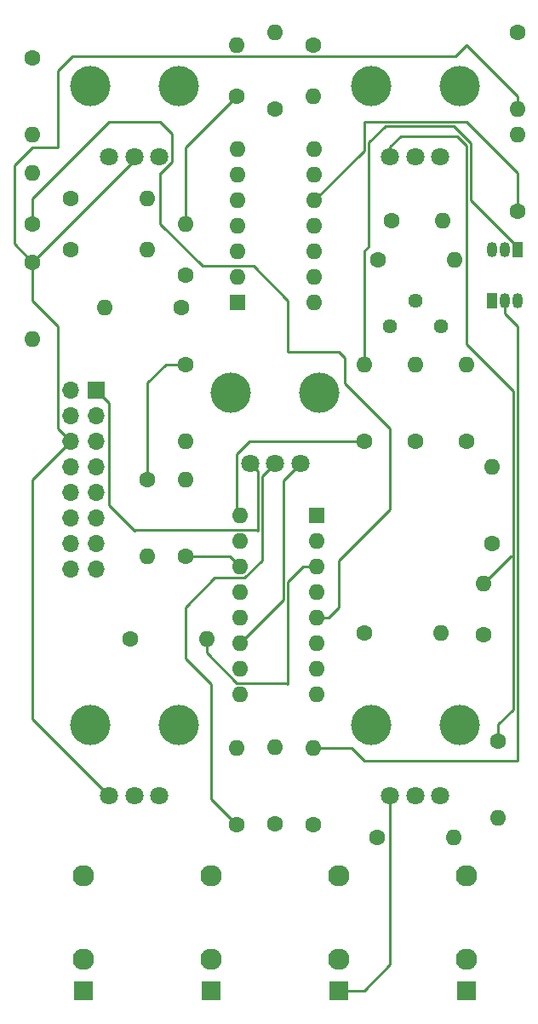
<source format=gbl>
%TF.GenerationSoftware,KiCad,Pcbnew,(6.0.7)*%
%TF.CreationDate,2022-08-28T16:32:12+02:00*%
%TF.ProjectId,filter,66696c74-6572-42e6-9b69-6361645f7063,rev?*%
%TF.SameCoordinates,Original*%
%TF.FileFunction,Copper,L2,Bot*%
%TF.FilePolarity,Positive*%
%FSLAX46Y46*%
G04 Gerber Fmt 4.6, Leading zero omitted, Abs format (unit mm)*
G04 Created by KiCad (PCBNEW (6.0.7)) date 2022-08-28 16:32:12*
%MOMM*%
%LPD*%
G01*
G04 APERTURE LIST*
%TA.AperFunction,ComponentPad*%
%ADD10O,1.600000X1.600000*%
%TD*%
%TA.AperFunction,ComponentPad*%
%ADD11R,1.600000X1.600000*%
%TD*%
%TA.AperFunction,WasherPad*%
%ADD12C,4.000000*%
%TD*%
%TA.AperFunction,ComponentPad*%
%ADD13C,1.800000*%
%TD*%
%TA.AperFunction,ComponentPad*%
%ADD14C,1.600000*%
%TD*%
%TA.AperFunction,ComponentPad*%
%ADD15R,1.930000X1.830000*%
%TD*%
%TA.AperFunction,ComponentPad*%
%ADD16C,2.130000*%
%TD*%
%TA.AperFunction,ComponentPad*%
%ADD17O,1.050000X1.500000*%
%TD*%
%TA.AperFunction,ComponentPad*%
%ADD18R,1.050000X1.500000*%
%TD*%
%TA.AperFunction,ComponentPad*%
%ADD19O,1.700000X1.700000*%
%TD*%
%TA.AperFunction,ComponentPad*%
%ADD20R,1.700000X1.700000*%
%TD*%
%TA.AperFunction,ComponentPad*%
%ADD21C,1.440000*%
%TD*%
%TA.AperFunction,Conductor*%
%ADD22C,0.250000*%
%TD*%
G04 APERTURE END LIST*
D10*
X144874245Y-77149368D03*
X144874245Y-74609368D03*
X144874245Y-72069368D03*
X144874245Y-69529368D03*
X144874245Y-66989368D03*
X144874245Y-64449368D03*
X144874245Y-61909368D03*
X137254245Y-61909368D03*
X137254245Y-64449368D03*
X137254245Y-66989368D03*
X137254245Y-69529368D03*
X137254245Y-72069368D03*
X137254245Y-74609368D03*
D11*
X137254245Y-77149368D03*
D12*
X150540000Y-119130000D03*
X159340000Y-119130000D03*
D13*
X157440000Y-126130000D03*
X154940000Y-126130000D03*
X152440000Y-126130000D03*
D10*
X116840000Y-64200000D03*
D14*
X116840000Y-69280000D03*
D10*
X158858077Y-72858635D03*
D14*
X151238077Y-72858635D03*
D12*
X150540000Y-55630000D03*
X159340000Y-55630000D03*
D13*
X157440000Y-62630000D03*
X154940000Y-62630000D03*
X152440000Y-62630000D03*
D10*
X134174436Y-110518109D03*
D14*
X126554436Y-110518109D03*
D10*
X149860000Y-83250000D03*
D14*
X149860000Y-90870000D03*
D12*
X131400000Y-55630000D03*
X122600000Y-55630000D03*
D13*
X129500000Y-62630000D03*
X127000000Y-62630000D03*
X124500000Y-62630000D03*
D10*
X128270000Y-71820000D03*
D14*
X120650000Y-71820000D03*
D10*
X165100000Y-60390000D03*
D14*
X165100000Y-68010000D03*
D10*
X140970000Y-50230000D03*
D14*
X140970000Y-57850000D03*
D10*
X160020000Y-83250000D03*
D14*
X160020000Y-90870000D03*
D10*
X128270000Y-66740000D03*
D14*
X120650000Y-66740000D03*
D15*
X160020000Y-145480000D03*
D16*
X160020000Y-134080000D03*
X160020000Y-142380000D03*
D10*
X137160000Y-51500000D03*
D14*
X137160000Y-56580000D03*
D10*
X161698385Y-105026821D03*
D14*
X161698385Y-110106821D03*
D10*
X132080000Y-90870000D03*
D14*
X132080000Y-83250000D03*
D10*
X128255709Y-102378654D03*
D14*
X128255709Y-94758654D03*
D10*
X124012500Y-77609507D03*
D14*
X131632500Y-77609507D03*
X144780000Y-128970000D03*
D10*
X144780000Y-121350000D03*
X163160436Y-128350509D03*
D14*
X163160436Y-120730509D03*
D10*
X157654806Y-68989162D03*
D14*
X152574806Y-68989162D03*
X137160000Y-128970000D03*
D10*
X137160000Y-121350000D03*
D12*
X131400000Y-119130000D03*
X122600000Y-119130000D03*
D13*
X129500000Y-126130000D03*
X127000000Y-126130000D03*
X124500000Y-126130000D03*
D14*
X151130000Y-130240000D03*
D10*
X158750000Y-130240000D03*
X132080000Y-94680000D03*
D14*
X132080000Y-102300000D03*
D15*
X147320000Y-145480000D03*
D16*
X147320000Y-134080000D03*
X147320000Y-142380000D03*
D15*
X134620000Y-145480000D03*
D16*
X134620000Y-134080000D03*
X134620000Y-142380000D03*
D12*
X136606702Y-86110000D03*
X145406702Y-86110000D03*
D13*
X143506702Y-93110000D03*
X141006702Y-93110000D03*
X138506702Y-93110000D03*
D14*
X140983490Y-128894692D03*
D10*
X140983490Y-121274692D03*
X157480000Y-109920000D03*
D14*
X149860000Y-109920000D03*
D10*
X116840000Y-80710000D03*
D14*
X116840000Y-73090000D03*
D10*
X165100000Y-57850000D03*
D14*
X165100000Y-50230000D03*
D10*
X154940000Y-83250000D03*
D14*
X154940000Y-90870000D03*
D10*
X144780000Y-56580000D03*
D14*
X144780000Y-51500000D03*
D10*
X132080000Y-69280000D03*
D14*
X132080000Y-74360000D03*
X116840000Y-52770000D03*
D10*
X116840000Y-60390000D03*
X162560000Y-93410000D03*
D14*
X162560000Y-101030000D03*
D15*
X121920000Y-145480000D03*
D16*
X121920000Y-134080000D03*
X121920000Y-142380000D03*
D17*
X162560000Y-71820000D03*
X163830000Y-71820000D03*
D18*
X165100000Y-71820000D03*
D19*
X120655000Y-103585000D03*
X123195000Y-103585000D03*
X120655000Y-101045000D03*
X123195000Y-101045000D03*
X120655000Y-98505000D03*
X123195000Y-98505000D03*
X120655000Y-95965000D03*
X123195000Y-95965000D03*
X120655000Y-93425000D03*
X123195000Y-93425000D03*
X120655000Y-90885000D03*
X123195000Y-90885000D03*
X120655000Y-88345000D03*
X123195000Y-88345000D03*
X120655000Y-85805000D03*
D20*
X123195000Y-85805000D03*
D10*
X137502602Y-98256647D03*
X137502602Y-100796647D03*
X137502602Y-103336647D03*
X137502602Y-105876647D03*
X137502602Y-108416647D03*
X137502602Y-110956647D03*
X137502602Y-113496647D03*
X137502602Y-116036647D03*
X145122602Y-116036647D03*
X145122602Y-113496647D03*
X145122602Y-110956647D03*
X145122602Y-108416647D03*
X145122602Y-105876647D03*
X145122602Y-103336647D03*
X145122602Y-100796647D03*
D11*
X145122602Y-98256647D03*
D21*
X152400000Y-79440000D03*
X154940000Y-76900000D03*
X157480000Y-79440000D03*
D17*
X165100000Y-76900000D03*
X163830000Y-76900000D03*
D18*
X162560000Y-76900000D03*
D22*
X128255709Y-94758654D02*
X128255709Y-85104291D01*
X128255709Y-85104291D02*
X130110000Y-83250000D01*
X130110000Y-83250000D02*
X132080000Y-83250000D01*
X152400000Y-61651857D02*
X153475135Y-60576722D01*
X153475135Y-60576722D02*
X159098407Y-60576722D01*
X152400000Y-62590000D02*
X152400000Y-61651857D01*
X159098407Y-60576722D02*
X160020000Y-61498315D01*
X160020000Y-61498315D02*
X160020000Y-81280000D01*
X164650000Y-85910000D02*
X164650000Y-102300000D01*
X160020000Y-81280000D02*
X164650000Y-85910000D01*
X137502602Y-110956647D02*
X141790000Y-106669249D01*
X141790000Y-106669249D02*
X141790000Y-94826702D01*
X141790000Y-94826702D02*
X143506702Y-93110000D01*
X137160000Y-114911647D02*
X142151647Y-114911647D01*
X142151647Y-114911647D02*
X142240000Y-115000000D01*
X134174436Y-110518109D02*
X134174436Y-111926083D01*
X134174436Y-111926083D02*
X137160000Y-114911647D01*
X142240000Y-104840000D02*
X143743353Y-103336647D01*
X142240000Y-115000000D02*
X142240000Y-104840000D01*
X124460000Y-97220000D02*
X124460000Y-87060000D01*
X124460000Y-87060000D02*
X123205000Y-85805000D01*
X127000000Y-99760000D02*
X124460000Y-97220000D01*
X139250000Y-93853298D02*
X139250000Y-99760000D01*
X138506702Y-93110000D02*
X139250000Y-93853298D01*
X139250000Y-99760000D02*
X139161647Y-99671647D01*
X127088353Y-99671647D02*
X127000000Y-99760000D01*
X139161647Y-99671647D02*
X127088353Y-99671647D01*
X137160000Y-128970000D02*
X134620000Y-126430000D01*
X132080000Y-112460000D02*
X132080000Y-107380000D01*
X134620000Y-126430000D02*
X134620000Y-115000000D01*
X134620000Y-115000000D02*
X132080000Y-112460000D01*
X132080000Y-107380000D02*
X134998353Y-104461647D01*
X137968593Y-104461647D02*
X139700000Y-102730240D01*
X134998353Y-104461647D02*
X137968593Y-104461647D01*
X139700000Y-102730240D02*
X139700000Y-94416702D01*
X139700000Y-94416702D02*
X141006702Y-93110000D01*
X165100000Y-57850000D02*
X165100000Y-56580000D01*
X165100000Y-56580000D02*
X160020000Y-51500000D01*
X160020000Y-51500000D02*
X158895000Y-52625000D01*
X119380000Y-61660000D02*
X116840000Y-61660000D01*
X158895000Y-52625000D02*
X120795000Y-52625000D01*
X120795000Y-52625000D02*
X119380000Y-54040000D01*
X119380000Y-54040000D02*
X119380000Y-61660000D01*
X116840000Y-61660000D02*
X115031924Y-63468076D01*
X115031924Y-63468076D02*
X115031924Y-71281924D01*
X115031924Y-71281924D02*
X116840000Y-73090000D01*
X116840000Y-69280000D02*
X116840000Y-66740000D01*
X116840000Y-66740000D02*
X124460000Y-59120000D01*
X152400000Y-89600000D02*
X152400000Y-97650240D01*
X124460000Y-59120000D02*
X129540000Y-59120000D01*
X129540000Y-69280000D02*
X133744368Y-73484368D01*
X129540000Y-59120000D02*
X130725000Y-60305000D01*
X130725000Y-60305000D02*
X130725000Y-63137412D01*
X130725000Y-63137412D02*
X129662412Y-64200000D01*
X129662412Y-64200000D02*
X129540000Y-64200000D01*
X129540000Y-64200000D02*
X129540000Y-69280000D01*
X133744368Y-73484368D02*
X138824368Y-73484368D01*
X138824368Y-73484368D02*
X142240000Y-76900000D01*
X142240000Y-76900000D02*
X142240000Y-81980000D01*
X142240000Y-81980000D02*
X147320000Y-81980000D01*
X147320000Y-81980000D02*
X147920790Y-82580790D01*
X147320000Y-102730240D02*
X147320000Y-107380000D01*
X147920790Y-82580790D02*
X147920790Y-85120790D01*
X147920790Y-85120790D02*
X152400000Y-89600000D01*
X152400000Y-97650240D02*
X147320000Y-102730240D01*
X147320000Y-107380000D02*
X146283353Y-108416647D01*
X146283353Y-108416647D02*
X145122602Y-108416647D01*
X116840000Y-73090000D02*
X116840000Y-76900000D01*
X116840000Y-76900000D02*
X119380000Y-79440000D01*
X119380000Y-79440000D02*
X119380000Y-89610000D01*
X119380000Y-89610000D02*
X120655000Y-90885000D01*
X116840000Y-118470000D02*
X116840000Y-94680000D01*
X116840000Y-94680000D02*
X116860000Y-94680000D01*
X124500000Y-126130000D02*
X116840000Y-118470000D01*
X116860000Y-94680000D02*
X120655000Y-90885000D01*
X132080000Y-102300000D02*
X136465955Y-102300000D01*
X136465955Y-102300000D02*
X137502602Y-103336647D01*
X143743353Y-103336647D02*
X145122602Y-103336647D01*
X132080000Y-69280000D02*
X132080000Y-61660000D01*
X132080000Y-61660000D02*
X137160000Y-56580000D01*
X138430000Y-90870000D02*
X137160000Y-92140000D01*
X149860000Y-90870000D02*
X138430000Y-90870000D01*
X137160000Y-92140000D02*
X137160000Y-97914045D01*
X165100000Y-71595000D02*
X160470000Y-66965000D01*
X150310000Y-61210000D02*
X150310000Y-71538110D01*
X150310000Y-71538110D02*
X149860000Y-71988110D01*
X160470000Y-66965000D02*
X160470000Y-61311919D01*
X149860000Y-71988110D02*
X149860000Y-83250000D01*
X160470000Y-61311919D02*
X158728081Y-59570000D01*
X158728081Y-59570000D02*
X151950000Y-59570000D01*
X151950000Y-59570000D02*
X150310000Y-61210000D01*
X165100000Y-68010000D02*
X165100000Y-64200000D01*
X160020000Y-59120000D02*
X149860000Y-59120000D01*
X165100000Y-64200000D02*
X160020000Y-59120000D01*
X149860000Y-59120000D02*
X149860000Y-62003613D01*
X149860000Y-62003613D02*
X144874245Y-66989368D01*
X164650000Y-102300000D02*
X164650000Y-117540000D01*
X164650000Y-117540000D02*
X163160436Y-119029564D01*
X163160436Y-119029564D02*
X163160436Y-120730509D01*
X164425206Y-102300000D02*
X161698385Y-105026821D01*
X164650000Y-102300000D02*
X164425206Y-102300000D01*
X116840000Y-73090000D02*
X127000000Y-62930000D01*
X165100000Y-122620000D02*
X165100000Y-79440000D01*
X165100000Y-79440000D02*
X163830000Y-78170000D01*
X148590000Y-121350000D02*
X149860000Y-122620000D01*
X144780000Y-121350000D02*
X148590000Y-121350000D01*
X149860000Y-122620000D02*
X165100000Y-122620000D01*
X163830000Y-78170000D02*
X163830000Y-76900000D01*
X152440000Y-126130000D02*
X152440000Y-142900000D01*
X152440000Y-142900000D02*
X149860000Y-145480000D01*
X149860000Y-145480000D02*
X147320000Y-145480000D01*
M02*

</source>
